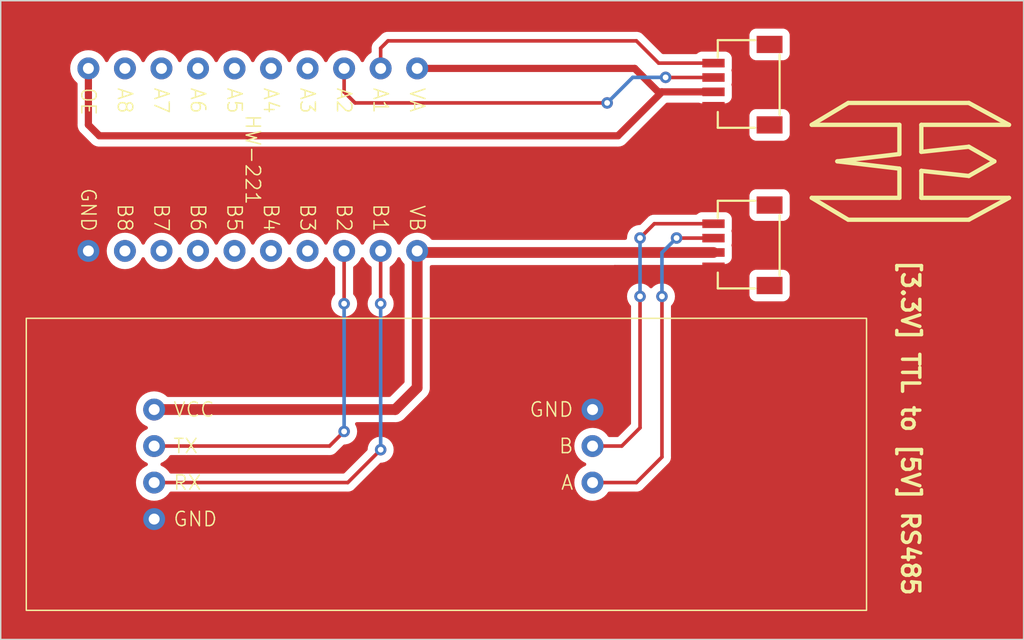
<source format=kicad_pcb>
(kicad_pcb (version 20221018) (generator pcbnew)
  (layers (0 "F.Cu" signal) (31 "B.Cu" signal) (34 "B.Paste" user) (35 "F.Paste" user) (36 "B.SilkS" user "B.Silkscreen") (37 "F.SilkS" user "F.Silkscreen") (38 "B.Mask" user) (39 "F.Mask" user) (44 "Edge.Cuts" user))
  (net 0 "")
  (net 1 "/3.3V")
  (net 2 "/TX - TTL")
  (net 3 "/RX - TTL")
  (net 10 "/5V")
  (net 11 "/RX - RS485")
  (net 12 "/TX - RS485")
  (net 19 "/GND")
  (net 22 "/A")
  (net 23 "/B")
  (footprint "ttl-to-rs485:TTL-RS485" (layer "F.Cu") (at 110.998 104.648)
    (fp_text reference "U4" hide)
    (fp_text value "TTL-RS485")
    (fp_text user "TX" (at -13.97 -1.27 unlocked) (layer "F.SilkS") (effects (font (thickness 0.1)) (justify left)))
    (fp_text user "B" (at 13.97 -1.27 unlocked) (layer "F.SilkS") (effects (font (thickness 0.1)) (justify right)))
    (fp_text user "GND" (at -13.97 3.81 unlocked) (layer "F.SilkS") (effects (font (thickness 0.1)) (justify left)))
    (fp_text user "RX" (at -13.97 1.27 unlocked) (layer "F.SilkS") (effects (font (thickness 0.1)) (justify left)))
    (fp_text user "VCC" (at -13.97 -3.81 unlocked) (layer "F.SilkS") (effects (font (thickness 0.1)) (justify left)))
    (fp_text user "A" (at 13.97 1.27 unlocked) (layer "F.SilkS") (effects (font (thickness 0.1)) (justify right)))
    (fp_text user "GND" (at 13.97 -3.81 unlocked) (layer "F.SilkS") (effects (font (thickness 0.1)) (justify right)))
    (fp_rect (start -24.13 -10.16) (end 34.29 10.16) (stroke (width 0.1)) (fill none) (layer "F.SilkS"))
    (pad "1" thru_hole circle (at -15.24 -3.81) (size 1.524 1.524) (drill 0.762) (layers "*.Cu" "*.Mask") (net 10 "/5V"))
    (pad "2" thru_hole circle (at -15.24 -1.27) (size 1.524 1.524) (drill 0.762) (layers "*.Cu" "*.Mask") (net 12 "/TX - RS485"))
    (pad "3" thru_hole circle (at -15.24 1.27) (size 1.524 1.524) (drill 0.762) (layers "*.Cu" "*.Mask") (net 11 "/RX - RS485"))
    (pad "4" thru_hole circle (at -15.24 3.81) (size 1.524 1.524) (drill 0.762) (layers "*.Cu" "*.Mask") (net 19 "/GND"))
    (pad "5" thru_hole circle (at 15.24 1.27) (size 1.524 1.524) (drill 0.762) (layers "*.Cu" "*.Mask") (net 22 "/A"))
    (pad "6" thru_hole circle (at 15.24 -1.27) (size 1.524 1.524) (drill 0.762) (layers "*.Cu" "*.Mask") (net 23 "/B"))
    (pad "7" thru_hole circle (at 15.24 -3.81) (size 1.524 1.524) (drill 0.762) (layers "*.Cu" "*.Mask") (net 19 "/GND"))
  )
  (footprint "Connectors:JST_SH4" (layer "F.Cu") (at 137.16 78.232 90)
    (fp_text reference "U2" hide)
    (fp_text value "JST-SH 4" hide)
    (fp_line (start -3 -2.214) (end -1.9 -2.214) (stroke (width 0.1524)) (layer "F.SilkS"))
    (fp_line (start -3 0.386) (end -3 -2.214) (stroke (width 0.1524)) (layer "F.SilkS"))
    (fp_line (start -2.1 2.086) (end 2.1 2.086) (stroke (width 0.1524)) (layer "F.SilkS"))
    (fp_line (start 1.9 -2.214) (end 3.1 -2.214) (stroke (width 0.1524)) (layer "F.SilkS"))
    (fp_line (start 3.1 -2.214) (end 3.1 0.386) (stroke (width 0.1524)) (layer "F.SilkS"))
    (pad "1" smd rect (at -1.5 -2.514 180) (size 1.55 0.6) (layers "F.Cu" "F.Paste" "F.Mask") (net 19 "/GND"))
    (pad "2" smd rect (at -0.5 -2.514 180) (size 1.55 0.6) (layers "F.Cu" "F.Paste" "F.Mask") (net 1 "/3.3V"))
    (pad "3" smd rect (at 0.5 -2.514 180) (size 1.55 0.6) (layers "F.Cu" "F.Paste" "F.Mask") (net 3 "/RX - TTL"))
    (pad "4" smd rect (at 1.5 -2.514 180) (size 1.55 0.6) (layers "F.Cu" "F.Paste" "F.Mask") (net 2 "/TX - TTL"))
    (pad "MT1" smd rect (at -2.8 1.386 180) (size 1.8 1.2) (layers "F.Cu" "F.Paste" "F.Mask"))
    (pad "MT2" smd rect (at 2.8 1.386 180) (size 1.8 1.2) (layers "F.Cu" "F.Paste" "F.Mask"))
  )
  (footprint "Connectors:JST_SH4" (layer "F.Cu") (at 137.16 89.408 90)
    (fp_text reference "U3" hide)
    (fp_text value "JST-SH4 motor" hide)
    (fp_line (start -3 -2.214) (end -1.9 -2.214) (stroke (width 0.1524)) (layer "F.SilkS"))
    (fp_line (start -3 0.386) (end -3 -2.214) (stroke (width 0.1524)) (layer "F.SilkS"))
    (fp_line (start -2.1 2.086) (end 2.1 2.086) (stroke (width 0.1524)) (layer "F.SilkS"))
    (fp_line (start 1.9 -2.214) (end 3.1 -2.214) (stroke (width 0.1524)) (layer "F.SilkS"))
    (fp_line (start 3.1 -2.214) (end 3.1 0.386) (stroke (width 0.1524)) (layer "F.SilkS"))
    (pad "1" smd rect (at -1.5 -2.514 180) (size 1.55 0.6) (layers "F.Cu" "F.Paste" "F.Mask") (net 19 "/GND"))
    (pad "2" smd rect (at -0.5 -2.514 180) (size 1.55 0.6) (layers "F.Cu" "F.Paste" "F.Mask") (net 10 "/5V"))
    (pad "3" smd rect (at 0.5 -2.514 180) (size 1.55 0.6) (layers "F.Cu" "F.Paste" "F.Mask") (net 22 "/A"))
    (pad "4" smd rect (at 1.5 -2.514 180) (size 1.55 0.6) (layers "F.Cu" "F.Paste" "F.Mask") (net 23 "/B"))
    (pad "MT1" smd rect (at -2.8 1.386 180) (size 1.8 1.2) (layers "F.Cu" "F.Paste" "F.Mask"))
    (pad "MT2" smd rect (at 2.8 1.386 180) (size 1.8 1.2) (layers "F.Cu" "F.Paste" "F.Mask"))
  )
  (footprint "ttl-to-rs485:HW-221" (layer "F.Cu") (at 102.616 83.45 -90)
    (fp_text reference "U1" hide)
    (fp_text value "HW-221" hide)
    (fp_text user "B3" (at 5.08 -3.81 -90 unlocked) (layer "F.SilkS") (effects (font (thickness 0.1)) (justify right)))
    (fp_text user "A8" (at -5.08 8.89 -90 unlocked) (layer "F.SilkS") (effects (font (thickness 0.1)) (justify left)))
    (fp_text user "A5" (at -5.08 1.27 -90 unlocked) (layer "F.SilkS") (effects (font (thickness 0.1)) (justify left)))
    (fp_text user "A3" (at -5.08 -3.81 -90 unlocked) (layer "F.SilkS") (effects (font (thickness 0.1)) (justify left)))
    (fp_text user "B2" (at 5.08 -6.35 -90 unlocked) (layer "F.SilkS") (effects (font (thickness 0.1)) (justify right)))
    (fp_text user "VB" (at 5.08 -11.43 -90 unlocked) (layer "F.SilkS") (effects (font (thickness 0.1)) (justify right)))
    (fp_text user "OE" (at -5.08 11.43 -90 unlocked) (layer "F.SilkS") (effects (font (thickness 0.1)) (justify left)))
    (fp_text user "B4" (at 5.08 -1.27 -90 unlocked) (layer "F.SilkS") (effects (font (thickness 0.1)) (justify right)))
    (fp_text user "B1" (at 5.08 -8.89 -90 unlocked) (layer "F.SilkS") (effects (font (thickness 0.1)) (justify right)))
    (fp_text user "B8" (at 5.08 8.89 -90 unlocked) (layer "F.SilkS") (effects (font (thickness 0.1)) (justify right)))
    (fp_text user "VA" (at -5.08 -11.43 -90 unlocked) (layer "F.SilkS") (effects (font (thickness 0.1)) (justify left)))
    (fp_text user "GND" (at 5.08 11.43 -90 unlocked) (layer "F.SilkS") (effects (font (thickness 0.1)) (justify right)))
    (fp_text user "HW-221" (at 0 0 -90 unlocked) (layer "F.SilkS") (effects (font (thickness 0.1))))
    (fp_text user "A4" (at -5.08 -1.27 -90 unlocked) (layer "F.SilkS") (effects (font (thickness 0.1)) (justify left)))
    (fp_text user "B5" (at 5.08 1.27 -90 unlocked) (layer "F.SilkS") (effects (font (thickness 0.1)) (justify right)))
    (fp_text user "B7" (at 5.08 6.35 -90 unlocked) (layer "F.SilkS") (effects (font (thickness 0.1)) (justify right)))
    (fp_text user "B6" (at 5.08 3.81 -90 unlocked) (layer "F.SilkS") (effects (font (thickness 0.1)) (justify right)))
    (fp_text user "A7" (at -5.08 6.35 -90 unlocked) (layer "F.SilkS") (effects (font (thickness 0.1)) (justify left)))
    (fp_text user "A1" (at -5.08 -8.89 -90 unlocked) (layer "F.SilkS") (effects (font (thickness 0.1)) (justify left)))
    (fp_text user "A6" (at -5.08 3.81 -90 unlocked) (layer "F.SilkS") (effects (font (thickness 0.1)) (justify left)))
    (fp_text user "A2" (at -5.08 -6.35 -90 unlocked) (layer "F.SilkS") (effects (font (thickness 0.1)) (justify left)))
    (pad "1" thru_hole circle (at -6.35 -11.43 270) (size 1.524 1.524) (drill 0.762) (layers "*.Cu" "*.Mask") (net 1 "/3.3V"))
    (pad "2" thru_hole circle (at -6.35 -8.89 270) (size 1.524 1.524) (drill 0.762) (layers "*.Cu" "*.Mask") (net 2 "/TX - TTL"))
    (pad "3" thru_hole circle (at -6.35 -6.35 270) (size 1.524 1.524) (drill 0.762) (layers "*.Cu" "*.Mask") (net 3 "/RX - TTL"))
    (pad "4" thru_hole circle (at -6.35 -3.81 270) (size 1.524 1.524) (drill 0.762) (layers "*.Cu" "*.Mask"))
    (pad "5" thru_hole circle (at -6.35 -1.27 270) (size 1.524 1.524) (drill 0.762) (layers "*.Cu" "*.Mask"))
    (pad "6" thru_hole circle (at -6.35 1.27 270) (size 1.524 1.524) (drill 0.762) (layers "*.Cu" "*.Mask"))
    (pad "7" thru_hole circle (at -6.35 3.81 270) (size 1.524 1.524) (drill 0.762) (layers "*.Cu" "*.Mask"))
    (pad "8" thru_hole circle (at -6.35 6.35 270) (size 1.524 1.524) (drill 0.762) (layers "*.Cu" "*.Mask"))
    (pad "9" thru_hole circle (at -6.35 8.89 270) (size 1.524 1.524) (drill 0.762) (layers "*.Cu" "*.Mask"))
    (pad "10" thru_hole circle (at -6.35 11.43 270) (size 1.524 1.524) (drill 0.762) (layers "*.Cu" "*.Mask") (net 1 "/3.3V"))
    (pad "11" thru_hole circle (at 6.35 -11.43 270) (size 1.524 1.524) (drill 0.762) (layers "*.Cu" "*.Mask") (net 10 "/5V"))
    (pad "12" thru_hole circle (at 6.35 -8.89 270) (size 1.524 1.524) (drill 0.762) (layers "*.Cu" "*.Mask") (net 11 "/RX - RS485"))
    (pad "13" thru_hole circle (at 6.35 -6.35 270) (size 1.524 1.524) (drill 0.762) (layers "*.Cu" "*.Mask") (net 12 "/TX - RS485"))
    (pad "14" thru_hole circle (at 6.35 -3.81 270) (size 1.524 1.524) (drill 0.762) (layers "*.Cu" "*.Mask"))
    (pad "15" thru_hole circle (at 6.35 -1.27 270) (size 1.524 1.524) (drill 0.762) (layers "*.Cu" "*.Mask"))
    (pad "16" thru_hole circle (at 6.35 1.27 270) (size 1.524 1.524) (drill 0.762) (layers "*.Cu" "*.Mask"))
    (pad "17" thru_hole circle (at 6.35 3.81 270) (size 1.524 1.524) (drill 0.762) (layers "*.Cu" "*.Mask"))
    (pad "18" thru_hole circle (at 6.35 6.35 270) (size 1.524 1.524) (drill 0.762) (layers "*.Cu" "*.Mask"))
    (pad "19" thru_hole circle (at 6.35 8.89 270) (size 1.524 1.524) (drill 0.762) (layers "*.Cu" "*.Mask"))
    (pad "20" thru_hole circle (at 6.35 11.43 270) (size 1.524 1.524) (drill 0.762) (layers "*.Cu" "*.Mask") (net 19 "/GND"))
  )
  (gr_line (start 154.178 83.566) (end 152.4 82.55) (stroke (width 0.3)) (layer "F.SilkS"))
  (gr_line (start 147.574 84.074) (end 147.574 86.106) (stroke (width 0.3)) (layer "F.SilkS"))
  (gr_line (start 149.098 82.9056) (end 152.4 82.55) (stroke (width 0.3)) (layer "F.SilkS"))
  (gr_line (start 143.256 83.566) (end 147.574 84.074) (stroke (width 0.3)) (layer "F.SilkS"))
  (gr_line (start 155.194 81.026) (end 149.098 81.026) (stroke (width 0.3)) (layer "F.SilkS"))
  (gr_line (start 147.574 81.026) (end 147.574 83.058) (stroke (width 0.3)) (layer "F.SilkS"))
  (gr_line (start 149.098 81.026) (end 149.098 82.9056) (stroke (width 0.3)) (layer "F.SilkS"))
  (gr_line (start 152.4 87.63) (end 155.194 86.106) (stroke (width 0.3)) (layer "F.SilkS"))
  (gr_line (start 144.018 87.63) (end 152.4 87.63) (stroke (width 0.3)) (layer "F.SilkS"))
  (gr_line (start 141.478 81.026) (end 144.018 79.502) (stroke (width 0.3)) (layer "F.SilkS"))
  (gr_line (start 144.018 79.502) (end 152.4 79.502) (stroke (width 0.3)) (layer "F.SilkS"))
  (gr_line (start 155.194 86.106) (end 149.098 86.106) (stroke (width 0.3)) (layer "F.SilkS"))
  (gr_line (start 147.574 86.106) (end 141.478 86.106) (stroke (width 0.3)) (layer "F.SilkS"))
  (gr_line (start 147.574 83.058) (end 143.256 83.566) (stroke (width 0.3)) (layer "F.SilkS"))
  (gr_line (start 152.4 84.582) (end 149.098 84.2264) (stroke (width 0.3)) (layer "F.SilkS"))
  (gr_line (start 141.478 86.106) (end 144.018 87.63) (stroke (width 0.3)) (layer "F.SilkS"))
  (gr_line (start 147.574 81.026) (end 141.478 81.026) (stroke (width 0.3)) (layer "F.SilkS"))
  (gr_line (start 152.4 84.582) (end 154.178 83.566) (stroke (width 0.3)) (layer "F.SilkS"))
  (gr_line (start 149.098 84.2264) (end 149.098 86.106) (stroke (width 0.3)) (layer "F.SilkS"))
  (gr_line (start 152.4 79.502) (end 155.194 81.026) (stroke (width 0.3)) (layer "F.SilkS"))
  (gr_rect (start 85.09 72.39) (end 156.21 116.84) (stroke (width 0.1)) (fill none) (layer "Edge.Cuts"))
  (gr_text "[3.3V] TTL to [5V] RS485" (at 148.336 102.108 -90) (layer "F.SilkS") (effects (font (size 1.2 1.2) (thickness 0.24) bold)))
  (segment (start 128.008 81.788) (end 131.064 78.732) (width 0.5) (layer "F.Cu") (net 1))
  (segment (start 91.948 81.788) (end 128.008 81.788) (width 0.5) (layer "F.Cu") (net 1))
  (segment (start 91.186 81.026) (end 91.948 81.788) (width 0.5) (layer "F.Cu") (net 1))
  (segment (start 129.17 77.1) (end 130.802 78.732) (width 0.5) (layer "F.Cu") (net 1))
  (segment (start 91.186 77.1) (end 91.186 81.026) (width 0.5) (layer "F.Cu") (net 1))
  (segment (start 130.802 78.732) (end 131.064 78.732) (width 0.5) (layer "F.Cu") (net 1))
  (segment (start 114.046 77.1) (end 129.17 77.1) (width 0.5) (layer "F.Cu") (net 1))
  (segment (start 131.064 78.732) (end 134.646 78.732) (width 0.5) (layer "F.Cu") (net 1))
  (segment (start 130.834 76.732) (end 129.286 75.184) (width 0.25) (layer "F.Cu") (net 2))
  (segment (start 129.286 75.184) (end 112.014 75.184) (width 0.25) (layer "F.Cu") (net 2))
  (segment (start 112.014 75.184) (end 111.506 75.692) (width 0.25) (layer "F.Cu") (net 2))
  (segment (start 111.506 75.692) (end 111.506 77.1) (width 0.25) (layer "F.Cu") (net 2))
  (segment (start 134.646 76.732) (end 130.834 76.732) (width 0.25) (layer "F.Cu") (net 2))
  (segment (start 127.254 79.502) (end 109.728 79.502) (width 0.25) (layer "F.Cu") (net 3))
  (segment (start 131.326 77.732) (end 131.318 77.724) (width 0.25) (layer "F.Cu") (net 3))
  (segment (start 109.728 79.502) (end 108.966 78.74) (width 0.25) (layer "F.Cu") (net 3))
  (segment (start 134.646 77.732) (end 131.326 77.732) (width 0.25) (layer "F.Cu") (net 3))
  (segment (start 108.966 78.74) (end 108.966 77.1) (width 0.25) (layer "F.Cu") (net 3))
  (via (at 131.318 77.724) (size 0.8) (drill 0.4) (layers "F.Cu" "B.Cu") (net 3))
  (via (at 127.254 79.502) (size 0.8) (drill 0.4) (layers "F.Cu" "B.Cu") (net 3))
  (segment (start 131.318 77.724) (end 129.032 77.724) (width 0.25) (layer "B.Cu") (net 3))
  (segment (start 129.032 77.724) (end 127.254 79.502) (width 0.25) (layer "B.Cu") (net 3))
  (segment (start 112.522 100.838) (end 114.046 99.314) (width 0.75) (layer "F.Cu") (net 10))
  (segment (start 134.646 89.908) (end 114.154 89.908) (width 0.75) (layer "F.Cu") (net 10))
  (segment (start 114.154 89.908) (end 114.046 89.8) (width 0.75) (layer "F.Cu") (net 10))
  (segment (start 95.504 100.838) (end 112.522 100.838) (width 0.75) (layer "F.Cu") (net 10))
  (segment (start 114.046 99.314) (end 114.046 89.8) (width 0.75) (layer "F.Cu") (net 10))
  (segment (start 111.506 93.472) (end 111.506 89.8) (width 0.25) (layer "F.Cu") (net 11))
  (segment (start 95.504 105.918) (end 109.22 105.918) (width 0.25) (layer "F.Cu") (net 11))
  (segment (start 109.22 105.918) (end 111.506 103.632) (width 0.25) (layer "F.Cu") (net 11))
  (via (at 111.506 93.472) (size 0.8) (drill 0.4) (layers "F.Cu" "B.Cu") (net 11))
  (via (at 111.506 103.632) (size 0.8) (drill 0.4) (layers "F.Cu" "B.Cu") (net 11))
  (segment (start 111.506 103.632) (end 111.506 93.472) (width 0.25) (layer "B.Cu") (net 11))
  (segment (start 108.966 93.472) (end 108.966 89.8) (width 0.25) (layer "F.Cu") (net 12))
  (segment (start 107.95 103.378) (end 108.966 102.362) (width 0.25) (layer "F.Cu") (net 12))
  (segment (start 95.504 103.378) (end 107.95 103.378) (width 0.25) (layer "F.Cu") (net 12))
  (via (at 108.966 93.472) (size 0.8) (drill 0.4) (layers "F.Cu" "B.Cu") (net 12))
  (via (at 108.966 102.362) (size 0.8) (drill 0.4) (layers "F.Cu" "B.Cu") (net 12))
  (segment (start 108.966 102.362) (end 108.966 93.472) (width 0.25) (layer "B.Cu") (net 12))
  (segment (start 126.238 92.456) (end 127.786 90.908) (width 0.25) (layer "F.Cu") (net 19))
  (segment (start 136.652 89.927) (end 135.671 90.908) (width 0.25) (layer "F.Cu") (net 19))
  (segment (start 95.758 108.458) (end 119.634 108.458) (width 0.25) (layer "F.Cu") (net 19))
  (segment (start 95.758 108.458) (end 93.218 108.458) (width 0.25) (layer "F.Cu") (net 19))
  (segment (start 119.634 108.458) (end 121.666 106.426) (width 0.25) (layer "F.Cu") (net 19))
  (segment (start 123.444 100.838) (end 126.238 100.838) (width 0.25) (layer "F.Cu") (net 19))
  (segment (start 136.652 80.518) (end 136.652 89.927) (width 0.25) (layer "F.Cu") (net 19))
  (segment (start 134.646 79.732) (end 135.866 79.732) (width 0.25) (layer "F.Cu") (net 19))
  (segment (start 135.866 79.732) (end 136.652 80.518) (width 0.25) (layer "F.Cu") (net 19))
  (segment (start 127.786 90.908) (end 134.646 90.908) (width 0.25) (layer "F.Cu") (net 19))
  (segment (start 126.238 100.838) (end 126.238 92.456) (width 0.25) (layer "F.Cu") (net 19))
  (segment (start 93.218 108.458) (end 91.186 106.426) (width 0.25) (layer "F.Cu") (net 19))
  (segment (start 91.186 106.426) (end 91.186 89.8) (width 0.25) (layer "F.Cu") (net 19))
  (segment (start 121.666 106.426) (end 121.666 102.616) (width 0.25) (layer "F.Cu") (net 19))
  (segment (start 121.666 102.616) (end 123.444 100.838) (width 0.25) (layer "F.Cu") (net 19))
  (segment (start 135.671 90.908) (end 134.646 90.908) (width 0.25) (layer "F.Cu") (net 19))
  (segment (start 131.064 92.964) (end 131.064 104.14) (width 0.25) (layer "F.Cu") (net 22))
  (segment (start 132.088 88.908) (end 132.08 88.9) (width 0.25) (layer "F.Cu") (net 22))
  (segment (start 131.064 104.14) (end 129.286 105.918) (width 0.25) (layer "F.Cu") (net 22))
  (segment (start 134.646 88.908) (end 132.088 88.908) (width 0.25) (layer "F.Cu") (net 22))
  (segment (start 129.286 105.918) (end 126.238 105.918) (width 0.25) (layer "F.Cu") (net 22))
  (via (at 132.08 88.9) (size 0.8) (drill 0.4) (layers "F.Cu" "B.Cu") (net 22))
  (via (at 131.064 92.964) (size 0.8) (drill 0.4) (layers "F.Cu" "B.Cu") (net 22))
  (segment (start 132.08 88.9) (end 131.064 89.916) (width 0.25) (layer "B.Cu") (net 22))
  (segment (start 131.064 89.916) (end 131.064 92.964) (width 0.25) (layer "B.Cu") (net 22))
  (segment (start 126.238 103.378) (end 128.27 103.378) (width 0.25) (layer "F.Cu") (net 23))
  (segment (start 129.54 88.9) (end 130.532 87.908) (width 0.25) (layer "F.Cu") (net 23))
  (segment (start 129.54 102.108) (end 129.54 92.964) (width 0.25) (layer "F.Cu") (net 23))
  (segment (start 130.532 87.908) (end 134.646 87.908) (width 0.25) (layer "F.Cu") (net 23))
  (segment (start 128.27 103.378) (end 129.54 102.108) (width 0.25) (layer "F.Cu") (net 23))
  (via (at 129.54 92.964) (size 0.8) (drill 0.4) (layers "F.Cu" "B.Cu") (net 23))
  (via (at 129.54 88.9) (size 0.8) (drill 0.4) (layers "F.Cu" "B.Cu") (net 23))
  (segment (start 129.54 92.964) (end 129.54 88.9) (width 0.25) (layer "B.Cu") (net 23))
  (zone (net 19) (net_name "/GND") (layer "F.Cu") (connect_pads yes (clearance 0.5)) (min_thickness 0.25) (fill yes (thermal_gap 0.5) (thermal_bridge_width 0.5))
    (polygon (pts (xy 85.09 72.39) (xy 156.21 72.39) (xy 156.21 116.84) (xy 85.09 116.84)))
  )
)
</source>
